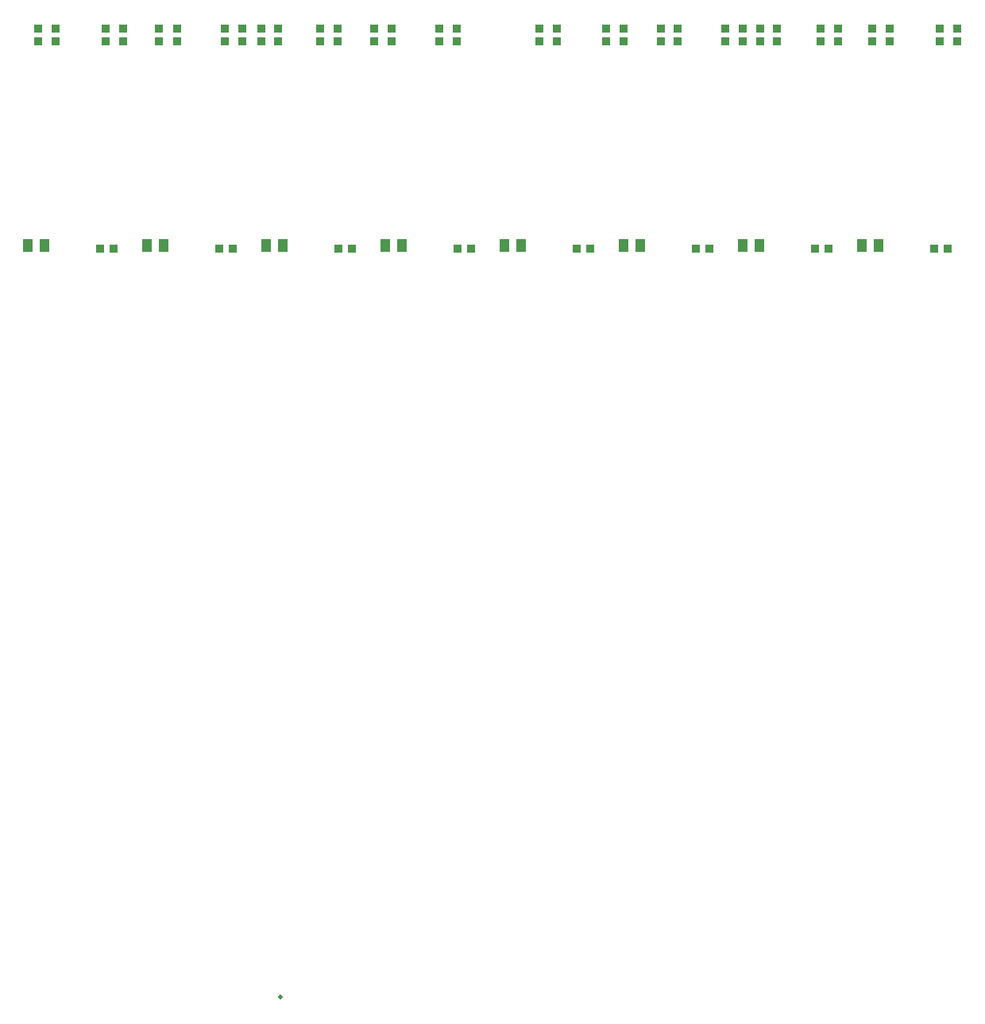
<source format=gtp>
G04 Layer_Color=8421504*
%FSLAX25Y25*%
%MOIN*%
G70*
G01*
G75*
%ADD10R,0.03800X0.03200*%
%ADD11R,0.03850X0.05200*%
%ADD14R,0.03200X0.03800*%
%ADD15C,0.02000*%
D10*
X293600Y132500D02*
D03*
X300900D02*
D03*
X243600D02*
D03*
X250900D02*
D03*
X203600D02*
D03*
X210900D02*
D03*
X482494D02*
D03*
Y138100D02*
D03*
X160900Y132500D02*
D03*
Y138100D02*
D03*
X210900D02*
D03*
X203600D02*
D03*
X510900Y132500D02*
D03*
Y138100D02*
D03*
X503600D02*
D03*
Y132500D02*
D03*
X243600Y138100D02*
D03*
X250900D02*
D03*
X293600D02*
D03*
X300900D02*
D03*
X363600D02*
D03*
Y132500D02*
D03*
X370900D02*
D03*
Y138100D02*
D03*
X413600D02*
D03*
Y132500D02*
D03*
X420900D02*
D03*
Y138100D02*
D03*
X453600D02*
D03*
Y132500D02*
D03*
X460900D02*
D03*
Y138100D02*
D03*
X125322Y132500D02*
D03*
Y138100D02*
D03*
X175955Y132500D02*
D03*
Y138100D02*
D03*
X218820Y132500D02*
D03*
Y138100D02*
D03*
X266249Y132500D02*
D03*
Y138100D02*
D03*
X335502Y132500D02*
D03*
Y138100D02*
D03*
X386484Y132500D02*
D03*
Y138100D02*
D03*
X428148Y132500D02*
D03*
Y138100D02*
D03*
X475316Y132500D02*
D03*
Y138100D02*
D03*
X132500Y132500D02*
D03*
Y138100D02*
D03*
X183445Y132500D02*
D03*
Y138100D02*
D03*
X225809Y132500D02*
D03*
Y138100D02*
D03*
X273488Y132500D02*
D03*
Y138100D02*
D03*
X342741Y132500D02*
D03*
Y138100D02*
D03*
X393472Y132500D02*
D03*
Y138100D02*
D03*
X435155Y132500D02*
D03*
Y138100D02*
D03*
X153600D02*
D03*
Y132500D02*
D03*
D11*
X427962Y46928D02*
D03*
X420962D02*
D03*
X370962D02*
D03*
X377962D02*
D03*
X328000Y47000D02*
D03*
X321000D02*
D03*
X271000Y46965D02*
D03*
X278000D02*
D03*
X227962Y46928D02*
D03*
X220962D02*
D03*
X171000Y46965D02*
D03*
X178000D02*
D03*
X127962Y46928D02*
D03*
X120962D02*
D03*
X471000Y46965D02*
D03*
X478000D02*
D03*
D14*
X501200Y45500D02*
D03*
X506800D02*
D03*
X251200D02*
D03*
X256800D02*
D03*
X301200D02*
D03*
X306800D02*
D03*
X351200D02*
D03*
X356800D02*
D03*
X401200D02*
D03*
X406800D02*
D03*
X451200D02*
D03*
X456800D02*
D03*
X151200D02*
D03*
X156800D02*
D03*
X201200D02*
D03*
X206800D02*
D03*
D15*
X226891Y-268458D02*
D03*
M02*

</source>
